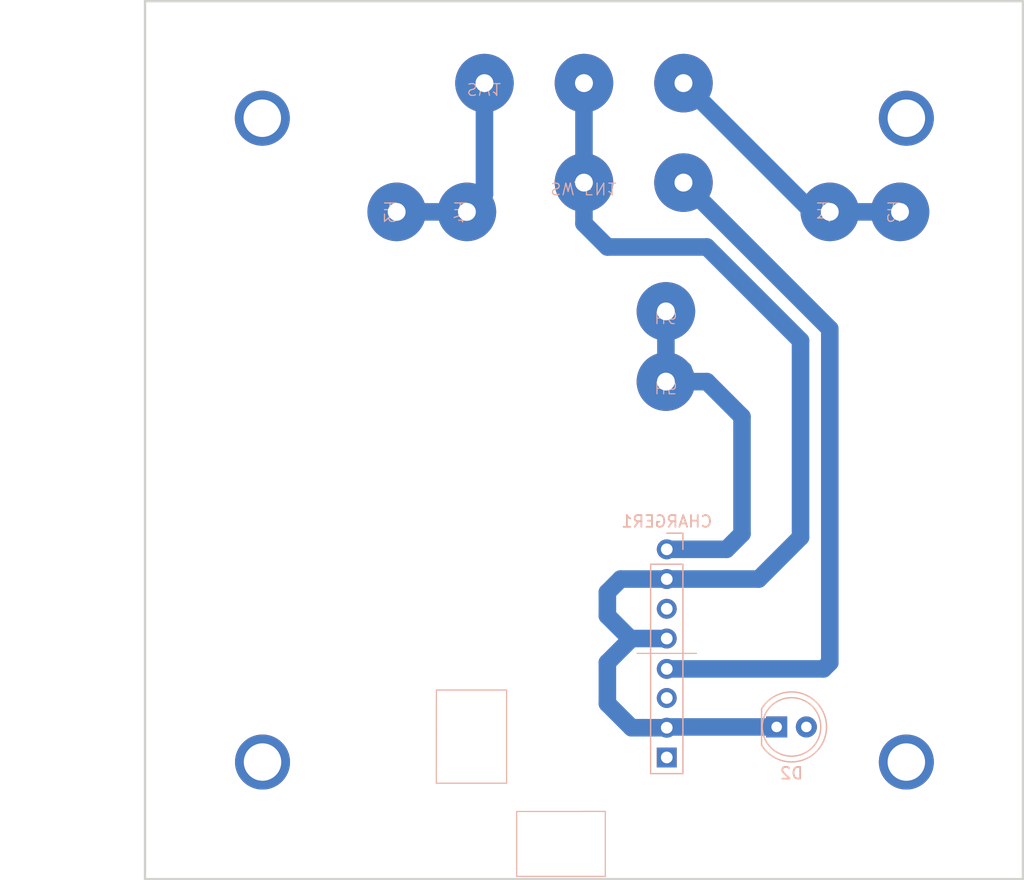
<source format=kicad_pcb>
(kicad_pcb (version 20241229) (generator "pcbnew") (generator_version "9.0")
  (layers (0 "F.Cu" signal) (2 "B.Cu" signal) (13 "F.Paste" user) (15 "B.Paste" user) (5 "F.SilkS" user "F.Silkscreen") (7 "B.SilkS" user "B.Silkscreen") (1 "F.Mask" user) (3 "B.Mask" user) (25 "Edge.Cuts" user))
  (net 0 "")
  (net 1 "/GND")
  (net 2 "Net-(D2-A)")
  (net 3 "/LB")
  (net 4 "/LEDR")
  (net 5 "/LEDB")
  (net 6 "/EN")
  (net 7 "/5V")
  (net 8 "/Bat")
  (net 9 "/USB")
  (footprint "PassiveBankV1:MountingHole_3.2mm_M3" (layer "F.Cu") (at 165.02 115)
    (property "Reference" "REF**" (hide yes))
    (property "Value" " " (hide yes))
    (pad "" np_thru_hole circle (at 0.02 0) (size 4.7 4.7) (drill 3.2) (layers "*.Cu" "*.Mask") (clearance 2))
  )
  (footprint "PassiveBankV1:MountingHole_3.2mm_M3" (layer "F.Cu") (at 110.02 115)
    (property "Reference" "REF**" (hide yes))
    (property "Value" " " (hide yes))
    (pad "" np_thru_hole circle (at 0.02 0) (size 4.7 4.7) (drill 3.2) (layers "*.Cu" "*.Mask") (clearance 2))
  )
  (footprint "PassiveBankV1:MountingHole_3.2mm_M3" (layer "F.Cu") (at 165.02 60)
    (property "Reference" "REF**" (hide yes))
    (property "Value" " " (hide yes))
    (pad "" np_thru_hole circle (at 0.02 0) (size 4.7 4.7) (drill 3.2) (layers "*.Cu" "*.Mask") (clearance 2))
  )
  (footprint "PassiveBankV1:MountingHole_3.2mm_M3" (layer "F.Cu") (at 110 60)
    (property "Reference" "REF**" (hide yes))
    (property "Value" " " (hide yes))
    (pad "" np_thru_hole circle (at 0.02 0) (size 4.7 4.7) (drill 3.2) (layers "*.Cu" "*.Mask") (clearance 2))
  )
  (footprint "Component Library:SPDT" (layer "B.Cu") (at 129 57)
    (property "Reference" "SW1" (at 0 0.5 180) (layer "B.SilkS") (effects (font (thickness 0.1)) (justify mirror)))
    (property "Value" "SW_SPDT_MSM")
    (pad "1" thru_hole circle (at 0 0) (size 5 5) (drill 1.524) (layers "*.Cu" "*.Mask") (net 5 "/LEDB"))
    (pad "2" thru_hole circle (at 8.5 0) (size 5 5) (drill 1.53) (layers "*.Cu" "*.Mask") (net 1 "/GND"))
    (pad "3" thru_hole circle (at 17 0) (size 5 5) (drill 1.53) (layers "*.Cu" "*.Mask") (net 4 "/LEDR"))
  )
  (footprint "Component Library:Wire THT Pad" (layer "B.Cu") (at 144.5 82.5)
    (property "Reference" "H5" (at 0 0.5 180) (layer "B.SilkS") (effects (font (thickness 0.1)) (justify mirror)))
    (property "Value" "MountingHole_Pad_MP")
    (pad "1" thru_hole circle (at 0 0) (size 5 5) (drill 1.524) (layers "*.Cu" "*.Mask") (net 7 "/5V"))
  )
  (footprint "Component Library:SPST" (layer "B.Cu") (at 137.5 65.5)
    (property "Reference" "SW_EN1" (at 0 0.5 180) (layer "B.SilkS") (effects (font (thickness 0.1)) (justify mirror)))
    (property "Value" "SW_SPST")
    (pad "1" thru_hole circle (at 0 0) (size 5 5) (drill 1.524) (layers "*.Cu" "*.Mask") (net 1 "/GND"))
    (pad "2" thru_hole circle (at 8.5 0) (size 5 5) (drill 1.53) (layers "*.Cu" "*.Mask") (net 6 "/EN"))
  )
  (footprint "Component Library:Wire THT Pad" (layer "B.Cu") (at 158.5 68 -90)
    (property "Reference" "H1" (at 0 0.5 90) (layer "B.SilkS") (effects (font (thickness 0.1)) (justify mirror)))
    (property "Value" "MountingHole_Pad_MP")
    (pad "1" thru_hole circle (at 0 0 270) (size 5 5) (drill 1.524) (layers "*.Cu" "*.Mask") (net 4 "/LEDR"))
  )
  (footprint "Component Library:Wire THT Pad" (layer "B.Cu") (at 164.5 68 -90)
    (property "Reference" "H2" (at 0 0.5 90) (layer "B.SilkS") (effects (font (thickness 0.1)) (justify mirror)))
    (property "Value" "MountingHole_Pad_MP" (hide yes))
    (pad "1" thru_hole circle (at 0 0 270) (size 5 5) (drill 1.524) (layers "*.Cu" "*.Mask") (net 4 "/LEDR"))
  )
  (footprint "Component Library:Wire THT Pad" (layer "B.Cu") (at 121.5 68 -90)
    (property "Reference" "H3" (at 0 0.5 90) (layer "B.SilkS") (effects (font (thickness 0.1)) (justify mirror)))
    (property "Value" "MountingHole_Pad_MP")
    (pad "1" thru_hole circle (at 0 0 270) (size 5 5) (drill 1.524) (layers "*.Cu" "*.Mask") (net 5 "/LEDB"))
  )
  (footprint "Component Library:Power Boost Board" (layer "B.Cu") (at 144.5725 96.8275 180)
    (property "Reference" "CHARGER1" (at 0 2.38 0) (layer "B.SilkS") (effects (justify mirror)))
    (property "Value" "Conn_01x08")
    (fp_line (start 19.685 -19.98) (end 13.68 -19.98) (stroke (width 0.1)) (layer "B.SilkS"))
    (fp_line (start 19.68 -12.02) (end 19.685 -19.98) (stroke (width 0.1)) (layer "B.SilkS"))
    (fp_line (start 13.68 -12.02) (end 19.68 -12.02) (stroke (width 0.1)) (layer "B.SilkS"))
    (fp_line (start 13.68 -19.98) (end 13.68 -12.02) (stroke (width 0.1)) (layer "B.SilkS"))
    (fp_line (start 12.82 -22.395) (end 12.82 -27.94) (stroke (width 0.1)) (layer "B.SilkS"))
    (fp_line (start 12.82 -27.94) (end 5.25 -27.94) (stroke (width 0.1)) (layer "B.SilkS"))
    (fp_line (start 5.25 -22.39) (end 12.82 -22.395) (stroke (width 0.1)) (layer "B.SilkS"))
    (fp_line (start 5.25 -22.4) (end 5.25 -22.39) (stroke (width 0.1)) (layer "B.SilkS"))
    (fp_line (start 5.25 -27.94) (end 5.25 -22.4) (stroke (width 0.1)) (layer "B.SilkS"))
    (fp_line (start 1.38 -1.27) (end 1.38 -19.16) (stroke (width 0.12)) (layer "B.SilkS"))
    (fp_line (start -1.38 1.38) (end 0 1.38) (stroke (width 0.12)) (layer "B.SilkS"))
    (fp_line (start -1.38 0) (end -1.38 1.38) (stroke (width 0.12)) (layer "B.SilkS"))
    (fp_line (start -1.38 -1.27) (end 1.38 -1.27) (stroke (width 0.12)) (layer "B.SilkS"))
    (fp_line (start -1.38 -1.27) (end -1.38 -19.16) (stroke (width 0.12)) (layer "B.SilkS"))
    (fp_line (start -1.38 -19.16) (end 1.38 -19.16) (stroke (width 0.12)) (layer "B.SilkS"))
    (fp_line (start -2.54 -8.89) (end 2.54 -8.89) (stroke (width 0.1)) (layer "B.SilkS"))
    (pad "1" thru_hole rect (at 0 -17.78 180) (size 1.7 1.7) (drill 1) (layers "*.Cu" "*.Mask") (net 9 "/USB"))
    (pad "2" thru_hole circle (at 0 -15.24 180) (size 1.7 1.7) (drill 1) (layers "*.Cu" "*.Mask") (net 1 "/GND"))
    (pad "3" thru_hole circle (at 0 -12.7 180) (size 1.7 1.7) (drill 1) (layers "*.Cu" "*.Mask") (net 8 "/Bat"))
    (pad "4" thru_hole circle (at 0 -10.215 180) (size 1.7 1.7) (drill 1) (layers "*.Cu" "*.Mask") (net 6 "/EN"))
    (pad "5" thru_hole circle (at 0 -7.62 180) (size 1.7 1.7) (drill 1) (layers "*.Cu" "*.Mask") (net 1 "/GND"))
    (pad "6" thru_hole circle (at 0 -5.08 180) (size 1.7 1.7) (drill 1) (layers "*.Cu" "*.Mask") (net 3 "/LB"))
    (pad "7" thru_hole circle (at 0 -2.54 180) (size 1.7 1.7) (drill 1) (layers "*.Cu" "*.Mask") (net 1 "/GND"))
    (pad "8" thru_hole circle (at 0 0 180) (size 1.7 1.7) (drill 1) (layers "*.Cu" "*.Mask") (net 7 "/5V"))
  )
  (footprint "LED_THT:LED_D5.0mm" (layer "B.Cu") (at 153.96 112)
    (property "Reference" "D2" (at 1.27 3.96 0) (layer "B.SilkS") (effects (justify mirror)))
    (property "Value" "LB_LED")
    (fp_line (start -1.29 1.545) (end -1.29 -1.545) (stroke (width 0.12)) (layer "B.SilkS"))
    (fp_arc (start -1.29 -1.54483) (mid 2.071779 -2.880495) (end 4.26 0) (stroke (width 0.12)) (layer "B.SilkS"))
    (fp_arc (start 4.26 0) (mid 2.071779 2.880495) (end -1.29 1.54483) (stroke (width 0.12)) (layer "B.SilkS"))
    (fp_circle (center 1.27 0) (end 3.77 0) (stroke (width 0.12)) (fill no) (layer "B.SilkS"))
    (pad "1" thru_hole rect (at 0 0) (size 1.8 1.8) (drill 0.9) (layers "*.Cu" "*.Mask") (net 1 "/GND"))
    (pad "2" thru_hole circle (at 2.54 0) (size 1.8 1.8) (drill 0.9) (layers "*.Cu" "*.Mask") (net 2 "Net-(D2-A)"))
  )
  (footprint "Component Library:Wire THT Pad" (layer "B.Cu") (at 127.5 68 -90)
    (property "Reference" "H4" (at 0 0.5 90) (layer "B.SilkS") (effects (font (thickness 0.1)) (justify mirror)))
    (property "Value" "MountingHole_Pad_MP")
    (pad "1" thru_hole circle (at 0 0 270) (size 5 5) (drill 1.524) (layers "*.Cu" "*.Mask") (net 5 "/LEDB"))
  )
  (footprint "Component Library:Wire THT Pad" (layer "B.Cu") (at 144.5 76.5)
    (property "Reference" "H6" (at 0 0.5 180) (layer "B.SilkS") (effects (font (thickness 0.1)) (justify mirror)))
    (property "Value" "MountingHole_Pad_MP")
    (pad "1" thru_hole circle (at 0 0) (size 5 5) (drill 1.524) (layers "*.Cu" "*.Mask") (net 7 "/5V"))
  )
  (gr_rect (start 100 50) (end 175 125) (stroke (width 0.2)) (fill no) (layer "Edge.Cuts"))
  (segment (start 139.5 71) (end 137.5 69) (width 1.5) (layer "B.Cu") (net 1))
  (segment (start 139.5 106.5) (end 141.5525 104.4475) (width 1.5) (layer "B.Cu") (net 1))
  (segment (start 153.96 112) (end 144.64 112) (width 1.5) (layer "B.Cu") (net 1))
  (segment (start 148 71) (end 139.5 71) (width 1.5) (layer "B.Cu") (net 1))
  (segment (start 140.6325 99.3675) (end 144.5725 99.3675) (width 1.5) (layer "B.Cu") (net 1))
  (segment (start 139.5 110) (end 139.5 106.5) (width 1.5) (layer "B.Cu") (net 1))
  (segment (start 141.5525 104.4475) (end 141.4475 104.4475) (width 1.5) (layer "B.Cu") (net 1))
  (segment (start 152.4315 99.3675) (end 156 95.799) (width 1.5) (layer "B.Cu") (net 1))
  (segment (start 144.5725 112.0675) (end 141.5675 112.0675) (width 1.5) (layer "B.Cu") (net 1))
  (segment (start 137.5 69) (end 137.5 65.5) (width 1.5) (layer "B.Cu") (net 1))
  (segment (start 144.5725 99.3675) (end 152.4315 99.3675) (width 1.5) (layer "B.Cu") (net 1))
  (segment (start 139.5 100.5) (end 140.6325 99.3675) (width 1.5) (layer "B.Cu") (net 1))
  (segment (start 141.4475 104.4475) (end 139.5 102.5) (width 1.5) (layer "B.Cu") (net 1))
  (segment (start 156 95.799) (end 156 79) (width 1.5) (layer "B.Cu") (net 1))
  (segment (start 141.5675 112.0675) (end 139.5 110) (width 1.5) (layer "B.Cu") (net 1))
  (segment (start 156 79) (end 148 71) (width 1.5) (layer "B.Cu") (net 1))
  (segment (start 144.64 112) (end 144.5725 112.0675) (width 1.5) (layer "B.Cu") (net 1))
  (segment (start 137.5 65.5) (end 137.5 57) (width 1.5) (layer "B.Cu") (net 1))
  (segment (start 144.5725 104.4475) (end 141.5525 104.4475) (width 1.5) (layer "B.Cu") (net 1))
  (segment (start 139.5 102.5) (end 139.5 100.5) (width 1.5) (layer "B.Cu") (net 1))
  (segment (start 157 68) (end 158.5 68) (width 1.5) (layer "B.Cu") (net 4))
  (segment (start 158.5 68) (end 164.5 68) (width 1.5) (layer "B.Cu") (net 4))
  (segment (start 146 57) (end 157 68) (width 1.5) (layer "B.Cu") (net 4))
  (segment (start 129 57) (end 129 66.5) (width 1.5) (layer "B.Cu") (net 5))
  (segment (start 127.5 68) (end 121.5 68) (width 1.5) (layer "B.Cu") (net 5))
  (segment (start 129 66.5) (end 127.5 68) (width 1.5) (layer "B.Cu") (net 5))
  (segment (start 158.5 106.5) (end 158.5 78) (width 1.5) (layer "B.Cu") (net 6))
  (segment (start 158.5 78) (end 146 65.5) (width 1.5) (layer "B.Cu") (net 6))
  (segment (start 157.9575 107.0425) (end 158.5 106.5) (width 1.5) (layer "B.Cu") (net 6))
  (segment (start 144.5725 107.0425) (end 157.9575 107.0425) (width 1.5) (layer "B.Cu") (net 6))
  (segment (start 149.6725 96.8275) (end 151 95.5) (width 1.5) (layer "B.Cu") (net 7))
  (segment (start 151 95.5) (end 151 85.5) (width 1.5) (layer "B.Cu") (net 7))
  (segment (start 144.5 82.5) (end 145 82.5) (width 1.5) (layer "B.Cu") (net 7))
  (segment (start 148 82.5) (end 144.5 82.5) (width 1.5) (layer "B.Cu") (net 7))
  (segment (start 144.5725 96.8275) (end 149.6725 96.8275) (width 1.5) (layer "B.Cu") (net 7))
  (segment (start 151 85.5) (end 148 82.5) (width 1.5) (layer "B.Cu") (net 7))
  (segment (start 144.5 82.5) (end 144.5 76.5) (width 1.5) (layer "B.Cu") (net 7))
  (segment (start 145 82.5) (end 146 81.5) (width 1.5) (layer "B.Cu") (net 7))
)
</source>
